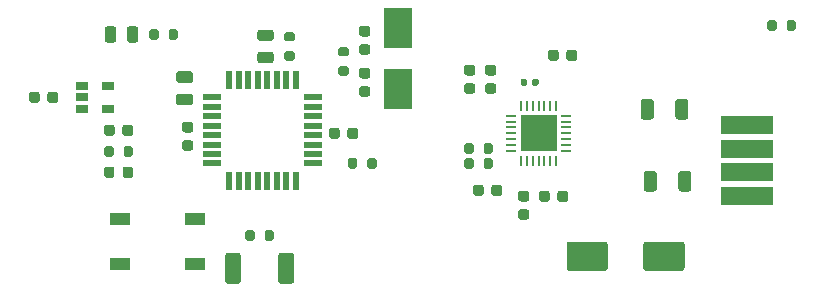
<source format=gbr>
%TF.GenerationSoftware,KiCad,Pcbnew,5.1.8-db9833491~88~ubuntu20.04.1*%
%TF.CreationDate,2020-12-21T09:27:26-06:00*%
%TF.ProjectId,main,6d61696e-2e6b-4696-9361-645f70636258,rev?*%
%TF.SameCoordinates,Original*%
%TF.FileFunction,Paste,Top*%
%TF.FilePolarity,Positive*%
%FSLAX46Y46*%
G04 Gerber Fmt 4.6, Leading zero omitted, Abs format (unit mm)*
G04 Created by KiCad (PCBNEW 5.1.8-db9833491~88~ubuntu20.04.1) date 2020-12-21 09:27:26*
%MOMM*%
%LPD*%
G01*
G04 APERTURE LIST*
%ADD10R,1.700000X1.000000*%
%ADD11R,2.400000X3.500000*%
%ADD12R,4.498340X1.498600*%
%ADD13R,3.098800X3.098800*%
%ADD14R,0.914400X0.254000*%
%ADD15R,0.254000X0.914400*%
%ADD16R,1.060000X0.650000*%
%ADD17R,0.550000X1.600000*%
%ADD18R,1.600000X0.550000*%
G04 APERTURE END LIST*
D10*
%TO.C,SW1*%
X35916000Y-36698000D03*
X29616000Y-36698000D03*
X35916000Y-32898000D03*
X29616000Y-32898000D03*
%TD*%
%TO.C,R11*%
G36*
G01*
X75046000Y-29092999D02*
X75046000Y-30343001D01*
G75*
G02*
X74796001Y-30593000I-249999J0D01*
G01*
X74170999Y-30593000D01*
G75*
G02*
X73921000Y-30343001I0J249999D01*
G01*
X73921000Y-29092999D01*
G75*
G02*
X74170999Y-28843000I249999J0D01*
G01*
X74796001Y-28843000D01*
G75*
G02*
X75046000Y-29092999I0J-249999D01*
G01*
G37*
G36*
G01*
X77971000Y-29092999D02*
X77971000Y-30343001D01*
G75*
G02*
X77721001Y-30593000I-249999J0D01*
G01*
X77095999Y-30593000D01*
G75*
G02*
X76846000Y-30343001I0J249999D01*
G01*
X76846000Y-29092999D01*
G75*
G02*
X77095999Y-28843000I249999J0D01*
G01*
X77721001Y-28843000D01*
G75*
G02*
X77971000Y-29092999I0J-249999D01*
G01*
G37*
%TD*%
%TO.C,R10*%
G36*
G01*
X74792000Y-22996999D02*
X74792000Y-24247001D01*
G75*
G02*
X74542001Y-24497000I-249999J0D01*
G01*
X73916999Y-24497000D01*
G75*
G02*
X73667000Y-24247001I0J249999D01*
G01*
X73667000Y-22996999D01*
G75*
G02*
X73916999Y-22747000I249999J0D01*
G01*
X74542001Y-22747000D01*
G75*
G02*
X74792000Y-22996999I0J-249999D01*
G01*
G37*
G36*
G01*
X77717000Y-22996999D02*
X77717000Y-24247001D01*
G75*
G02*
X77467001Y-24497000I-249999J0D01*
G01*
X76841999Y-24497000D01*
G75*
G02*
X76592000Y-24247001I0J249999D01*
G01*
X76592000Y-22996999D01*
G75*
G02*
X76841999Y-22747000I249999J0D01*
G01*
X77467001Y-22747000D01*
G75*
G02*
X77717000Y-22996999I0J-249999D01*
G01*
G37*
%TD*%
%TO.C,C13*%
G36*
G01*
X73890000Y-37068000D02*
X73890000Y-35068000D01*
G75*
G02*
X74140000Y-34818000I250000J0D01*
G01*
X77140000Y-34818000D01*
G75*
G02*
X77390000Y-35068000I0J-250000D01*
G01*
X77390000Y-37068000D01*
G75*
G02*
X77140000Y-37318000I-250000J0D01*
G01*
X74140000Y-37318000D01*
G75*
G02*
X73890000Y-37068000I0J250000D01*
G01*
G37*
G36*
G01*
X67390000Y-37068000D02*
X67390000Y-35068000D01*
G75*
G02*
X67640000Y-34818000I250000J0D01*
G01*
X70640000Y-34818000D01*
G75*
G02*
X70890000Y-35068000I0J-250000D01*
G01*
X70890000Y-37068000D01*
G75*
G02*
X70640000Y-37318000I-250000J0D01*
G01*
X67640000Y-37318000D01*
G75*
G02*
X67390000Y-37068000I0J250000D01*
G01*
G37*
%TD*%
%TO.C,C9*%
G36*
G01*
X64062000Y-21166000D02*
X64062000Y-21506000D01*
G75*
G02*
X63922000Y-21646000I-140000J0D01*
G01*
X63642000Y-21646000D01*
G75*
G02*
X63502000Y-21506000I0J140000D01*
G01*
X63502000Y-21166000D01*
G75*
G02*
X63642000Y-21026000I140000J0D01*
G01*
X63922000Y-21026000D01*
G75*
G02*
X64062000Y-21166000I0J-140000D01*
G01*
G37*
G36*
G01*
X65022000Y-21166000D02*
X65022000Y-21506000D01*
G75*
G02*
X64882000Y-21646000I-140000J0D01*
G01*
X64602000Y-21646000D01*
G75*
G02*
X64462000Y-21506000I0J140000D01*
G01*
X64462000Y-21166000D01*
G75*
G02*
X64602000Y-21026000I140000J0D01*
G01*
X64882000Y-21026000D01*
G75*
G02*
X65022000Y-21166000I0J-140000D01*
G01*
G37*
%TD*%
%TO.C,C7*%
G36*
G01*
X35527000Y-21394000D02*
X34577000Y-21394000D01*
G75*
G02*
X34327000Y-21144000I0J250000D01*
G01*
X34327000Y-20644000D01*
G75*
G02*
X34577000Y-20394000I250000J0D01*
G01*
X35527000Y-20394000D01*
G75*
G02*
X35777000Y-20644000I0J-250000D01*
G01*
X35777000Y-21144000D01*
G75*
G02*
X35527000Y-21394000I-250000J0D01*
G01*
G37*
G36*
G01*
X35527000Y-23294000D02*
X34577000Y-23294000D01*
G75*
G02*
X34327000Y-23044000I0J250000D01*
G01*
X34327000Y-22544000D01*
G75*
G02*
X34577000Y-22294000I250000J0D01*
G01*
X35527000Y-22294000D01*
G75*
G02*
X35777000Y-22544000I0J-250000D01*
G01*
X35777000Y-23044000D01*
G75*
G02*
X35527000Y-23294000I-250000J0D01*
G01*
G37*
%TD*%
%TO.C,D4*%
G36*
G01*
X29268000Y-16815750D02*
X29268000Y-17728250D01*
G75*
G02*
X29024250Y-17972000I-243750J0D01*
G01*
X28536750Y-17972000D01*
G75*
G02*
X28293000Y-17728250I0J243750D01*
G01*
X28293000Y-16815750D01*
G75*
G02*
X28536750Y-16572000I243750J0D01*
G01*
X29024250Y-16572000D01*
G75*
G02*
X29268000Y-16815750I0J-243750D01*
G01*
G37*
G36*
G01*
X31143000Y-16815750D02*
X31143000Y-17728250D01*
G75*
G02*
X30899250Y-17972000I-243750J0D01*
G01*
X30411750Y-17972000D01*
G75*
G02*
X30168000Y-17728250I0J243750D01*
G01*
X30168000Y-16815750D01*
G75*
G02*
X30411750Y-16572000I243750J0D01*
G01*
X30899250Y-16572000D01*
G75*
G02*
X31143000Y-16815750I0J-243750D01*
G01*
G37*
%TD*%
%TO.C,D3*%
G36*
G01*
X41453750Y-18738000D02*
X42366250Y-18738000D01*
G75*
G02*
X42610000Y-18981750I0J-243750D01*
G01*
X42610000Y-19469250D01*
G75*
G02*
X42366250Y-19713000I-243750J0D01*
G01*
X41453750Y-19713000D01*
G75*
G02*
X41210000Y-19469250I0J243750D01*
G01*
X41210000Y-18981750D01*
G75*
G02*
X41453750Y-18738000I243750J0D01*
G01*
G37*
G36*
G01*
X41453750Y-16863000D02*
X42366250Y-16863000D01*
G75*
G02*
X42610000Y-17106750I0J-243750D01*
G01*
X42610000Y-17594250D01*
G75*
G02*
X42366250Y-17838000I-243750J0D01*
G01*
X41453750Y-17838000D01*
G75*
G02*
X41210000Y-17594250I0J243750D01*
G01*
X41210000Y-17106750D01*
G75*
G02*
X41453750Y-16863000I243750J0D01*
G01*
G37*
%TD*%
%TO.C,D1*%
G36*
G01*
X39827000Y-36008999D02*
X39827000Y-38159001D01*
G75*
G02*
X39577001Y-38409000I-249999J0D01*
G01*
X38726999Y-38409000D01*
G75*
G02*
X38477000Y-38159001I0J249999D01*
G01*
X38477000Y-36008999D01*
G75*
G02*
X38726999Y-35759000I249999J0D01*
G01*
X39577001Y-35759000D01*
G75*
G02*
X39827000Y-36008999I0J-249999D01*
G01*
G37*
G36*
G01*
X44327000Y-36008999D02*
X44327000Y-38159001D01*
G75*
G02*
X44077001Y-38409000I-249999J0D01*
G01*
X43226999Y-38409000D01*
G75*
G02*
X42977000Y-38159001I0J249999D01*
G01*
X42977000Y-36008999D01*
G75*
G02*
X43226999Y-35759000I249999J0D01*
G01*
X44077001Y-35759000D01*
G75*
G02*
X44327000Y-36008999I0J-249999D01*
G01*
G37*
%TD*%
D11*
%TO.C,Y1*%
X53086000Y-21904000D03*
X53086000Y-16704000D03*
%TD*%
D12*
%TO.C,S1*%
X82674460Y-28938220D03*
X82674460Y-24940260D03*
X82674460Y-26941780D03*
X82674460Y-30939740D03*
%TD*%
%TO.C,R1*%
G36*
G01*
X40977000Y-34015000D02*
X40977000Y-34565000D01*
G75*
G02*
X40777000Y-34765000I-200000J0D01*
G01*
X40377000Y-34765000D01*
G75*
G02*
X40177000Y-34565000I0J200000D01*
G01*
X40177000Y-34015000D01*
G75*
G02*
X40377000Y-33815000I200000J0D01*
G01*
X40777000Y-33815000D01*
G75*
G02*
X40977000Y-34015000I0J-200000D01*
G01*
G37*
G36*
G01*
X42627000Y-34015000D02*
X42627000Y-34565000D01*
G75*
G02*
X42427000Y-34765000I-200000J0D01*
G01*
X42027000Y-34765000D01*
G75*
G02*
X41827000Y-34565000I0J200000D01*
G01*
X41827000Y-34015000D01*
G75*
G02*
X42027000Y-33815000I200000J0D01*
G01*
X42427000Y-33815000D01*
G75*
G02*
X42627000Y-34015000I0J-200000D01*
G01*
G37*
%TD*%
%TO.C,R12*%
G36*
G01*
X32849000Y-16997000D02*
X32849000Y-17547000D01*
G75*
G02*
X32649000Y-17747000I-200000J0D01*
G01*
X32249000Y-17747000D01*
G75*
G02*
X32049000Y-17547000I0J200000D01*
G01*
X32049000Y-16997000D01*
G75*
G02*
X32249000Y-16797000I200000J0D01*
G01*
X32649000Y-16797000D01*
G75*
G02*
X32849000Y-16997000I0J-200000D01*
G01*
G37*
G36*
G01*
X34499000Y-16997000D02*
X34499000Y-17547000D01*
G75*
G02*
X34299000Y-17747000I-200000J0D01*
G01*
X33899000Y-17747000D01*
G75*
G02*
X33699000Y-17547000I0J200000D01*
G01*
X33699000Y-16997000D01*
G75*
G02*
X33899000Y-16797000I200000J0D01*
G01*
X34299000Y-16797000D01*
G75*
G02*
X34499000Y-16997000I0J-200000D01*
G01*
G37*
%TD*%
%TO.C,D2*%
G36*
G01*
X29114000Y-28699750D02*
X29114000Y-29212250D01*
G75*
G02*
X28895250Y-29431000I-218750J0D01*
G01*
X28457750Y-29431000D01*
G75*
G02*
X28239000Y-29212250I0J218750D01*
G01*
X28239000Y-28699750D01*
G75*
G02*
X28457750Y-28481000I218750J0D01*
G01*
X28895250Y-28481000D01*
G75*
G02*
X29114000Y-28699750I0J-218750D01*
G01*
G37*
G36*
G01*
X30689000Y-28699750D02*
X30689000Y-29212250D01*
G75*
G02*
X30470250Y-29431000I-218750J0D01*
G01*
X30032750Y-29431000D01*
G75*
G02*
X29814000Y-29212250I0J218750D01*
G01*
X29814000Y-28699750D01*
G75*
G02*
X30032750Y-28481000I218750J0D01*
G01*
X30470250Y-28481000D01*
G75*
G02*
X30689000Y-28699750I0J-218750D01*
G01*
G37*
%TD*%
D13*
%TO.C,U3*%
X65024000Y-25654000D03*
D14*
X67373500Y-24154000D03*
X67373500Y-24653999D03*
X67373500Y-25154001D03*
X67373500Y-25654000D03*
X67373500Y-26153999D03*
X67373500Y-26654001D03*
X67373500Y-27154000D03*
D15*
X66524000Y-28003500D03*
X66024001Y-28003500D03*
X65523999Y-28003500D03*
X65024000Y-28003500D03*
X64524001Y-28003500D03*
X64023999Y-28003500D03*
X63524000Y-28003500D03*
D14*
X62674500Y-27154000D03*
X62674500Y-26654001D03*
X62674500Y-26153999D03*
X62674500Y-25654000D03*
X62674500Y-25154001D03*
X62674500Y-24653999D03*
X62674500Y-24154000D03*
D15*
X63524000Y-23304500D03*
X64023999Y-23304500D03*
X64524001Y-23304500D03*
X65024000Y-23304500D03*
X65523999Y-23304500D03*
X66024001Y-23304500D03*
X66524000Y-23304500D03*
%TD*%
D16*
%TO.C,U2*%
X28532000Y-21656000D03*
X28532000Y-23556000D03*
X26332000Y-23556000D03*
X26332000Y-22606000D03*
X26332000Y-21656000D03*
%TD*%
D17*
%TO.C,U1*%
X44456000Y-29650000D03*
X43656000Y-29650000D03*
X42856000Y-29650000D03*
X42056000Y-29650000D03*
X41256000Y-29650000D03*
X40456000Y-29650000D03*
X39656000Y-29650000D03*
X38856000Y-29650000D03*
D18*
X37406000Y-28200000D03*
X37406000Y-27400000D03*
X37406000Y-26600000D03*
X37406000Y-25800000D03*
X37406000Y-25000000D03*
X37406000Y-24200000D03*
X37406000Y-23400000D03*
X37406000Y-22600000D03*
D17*
X38856000Y-21150000D03*
X39656000Y-21150000D03*
X40456000Y-21150000D03*
X41256000Y-21150000D03*
X42056000Y-21150000D03*
X42856000Y-21150000D03*
X43656000Y-21150000D03*
X44456000Y-21150000D03*
D18*
X45906000Y-22600000D03*
X45906000Y-23400000D03*
X45906000Y-24200000D03*
X45906000Y-25000000D03*
X45906000Y-25800000D03*
X45906000Y-26600000D03*
X45906000Y-27400000D03*
X45906000Y-28200000D03*
%TD*%
%TO.C,R9*%
G36*
G01*
X86023000Y-16785000D02*
X86023000Y-16235000D01*
G75*
G02*
X86223000Y-16035000I200000J0D01*
G01*
X86623000Y-16035000D01*
G75*
G02*
X86823000Y-16235000I0J-200000D01*
G01*
X86823000Y-16785000D01*
G75*
G02*
X86623000Y-16985000I-200000J0D01*
G01*
X86223000Y-16985000D01*
G75*
G02*
X86023000Y-16785000I0J200000D01*
G01*
G37*
G36*
G01*
X84373000Y-16785000D02*
X84373000Y-16235000D01*
G75*
G02*
X84573000Y-16035000I200000J0D01*
G01*
X84973000Y-16035000D01*
G75*
G02*
X85173000Y-16235000I0J-200000D01*
G01*
X85173000Y-16785000D01*
G75*
G02*
X84973000Y-16985000I-200000J0D01*
G01*
X84573000Y-16985000D01*
G75*
G02*
X84373000Y-16785000I0J200000D01*
G01*
G37*
%TD*%
%TO.C,R8*%
G36*
G01*
X59519000Y-27919000D02*
X59519000Y-28469000D01*
G75*
G02*
X59319000Y-28669000I-200000J0D01*
G01*
X58919000Y-28669000D01*
G75*
G02*
X58719000Y-28469000I0J200000D01*
G01*
X58719000Y-27919000D01*
G75*
G02*
X58919000Y-27719000I200000J0D01*
G01*
X59319000Y-27719000D01*
G75*
G02*
X59519000Y-27919000I0J-200000D01*
G01*
G37*
G36*
G01*
X61169000Y-27919000D02*
X61169000Y-28469000D01*
G75*
G02*
X60969000Y-28669000I-200000J0D01*
G01*
X60569000Y-28669000D01*
G75*
G02*
X60369000Y-28469000I0J200000D01*
G01*
X60369000Y-27919000D01*
G75*
G02*
X60569000Y-27719000I200000J0D01*
G01*
X60969000Y-27719000D01*
G75*
G02*
X61169000Y-27919000I0J-200000D01*
G01*
G37*
%TD*%
%TO.C,R7*%
G36*
G01*
X60369000Y-27199000D02*
X60369000Y-26649000D01*
G75*
G02*
X60569000Y-26449000I200000J0D01*
G01*
X60969000Y-26449000D01*
G75*
G02*
X61169000Y-26649000I0J-200000D01*
G01*
X61169000Y-27199000D01*
G75*
G02*
X60969000Y-27399000I-200000J0D01*
G01*
X60569000Y-27399000D01*
G75*
G02*
X60369000Y-27199000I0J200000D01*
G01*
G37*
G36*
G01*
X58719000Y-27199000D02*
X58719000Y-26649000D01*
G75*
G02*
X58919000Y-26449000I200000J0D01*
G01*
X59319000Y-26449000D01*
G75*
G02*
X59519000Y-26649000I0J-200000D01*
G01*
X59519000Y-27199000D01*
G75*
G02*
X59319000Y-27399000I-200000J0D01*
G01*
X58919000Y-27399000D01*
G75*
G02*
X58719000Y-27199000I0J200000D01*
G01*
G37*
%TD*%
%TO.C,R6*%
G36*
G01*
X49676000Y-27919000D02*
X49676000Y-28469000D01*
G75*
G02*
X49476000Y-28669000I-200000J0D01*
G01*
X49076000Y-28669000D01*
G75*
G02*
X48876000Y-28469000I0J200000D01*
G01*
X48876000Y-27919000D01*
G75*
G02*
X49076000Y-27719000I200000J0D01*
G01*
X49476000Y-27719000D01*
G75*
G02*
X49676000Y-27919000I0J-200000D01*
G01*
G37*
G36*
G01*
X51326000Y-27919000D02*
X51326000Y-28469000D01*
G75*
G02*
X51126000Y-28669000I-200000J0D01*
G01*
X50726000Y-28669000D01*
G75*
G02*
X50526000Y-28469000I0J200000D01*
G01*
X50526000Y-27919000D01*
G75*
G02*
X50726000Y-27719000I200000J0D01*
G01*
X51126000Y-27719000D01*
G75*
G02*
X51326000Y-27919000I0J-200000D01*
G01*
G37*
%TD*%
%TO.C,R5*%
G36*
G01*
X48789000Y-19133000D02*
X48239000Y-19133000D01*
G75*
G02*
X48039000Y-18933000I0J200000D01*
G01*
X48039000Y-18533000D01*
G75*
G02*
X48239000Y-18333000I200000J0D01*
G01*
X48789000Y-18333000D01*
G75*
G02*
X48989000Y-18533000I0J-200000D01*
G01*
X48989000Y-18933000D01*
G75*
G02*
X48789000Y-19133000I-200000J0D01*
G01*
G37*
G36*
G01*
X48789000Y-20783000D02*
X48239000Y-20783000D01*
G75*
G02*
X48039000Y-20583000I0J200000D01*
G01*
X48039000Y-20183000D01*
G75*
G02*
X48239000Y-19983000I200000J0D01*
G01*
X48789000Y-19983000D01*
G75*
G02*
X48989000Y-20183000I0J-200000D01*
G01*
X48989000Y-20583000D01*
G75*
G02*
X48789000Y-20783000I-200000J0D01*
G01*
G37*
%TD*%
%TO.C,R3*%
G36*
G01*
X44217000Y-17863000D02*
X43667000Y-17863000D01*
G75*
G02*
X43467000Y-17663000I0J200000D01*
G01*
X43467000Y-17263000D01*
G75*
G02*
X43667000Y-17063000I200000J0D01*
G01*
X44217000Y-17063000D01*
G75*
G02*
X44417000Y-17263000I0J-200000D01*
G01*
X44417000Y-17663000D01*
G75*
G02*
X44217000Y-17863000I-200000J0D01*
G01*
G37*
G36*
G01*
X44217000Y-19513000D02*
X43667000Y-19513000D01*
G75*
G02*
X43467000Y-19313000I0J200000D01*
G01*
X43467000Y-18913000D01*
G75*
G02*
X43667000Y-18713000I200000J0D01*
G01*
X44217000Y-18713000D01*
G75*
G02*
X44417000Y-18913000I0J-200000D01*
G01*
X44417000Y-19313000D01*
G75*
G02*
X44217000Y-19513000I-200000J0D01*
G01*
G37*
%TD*%
%TO.C,R2*%
G36*
G01*
X29889000Y-27453000D02*
X29889000Y-26903000D01*
G75*
G02*
X30089000Y-26703000I200000J0D01*
G01*
X30489000Y-26703000D01*
G75*
G02*
X30689000Y-26903000I0J-200000D01*
G01*
X30689000Y-27453000D01*
G75*
G02*
X30489000Y-27653000I-200000J0D01*
G01*
X30089000Y-27653000D01*
G75*
G02*
X29889000Y-27453000I0J200000D01*
G01*
G37*
G36*
G01*
X28239000Y-27453000D02*
X28239000Y-26903000D01*
G75*
G02*
X28439000Y-26703000I200000J0D01*
G01*
X28839000Y-26703000D01*
G75*
G02*
X29039000Y-26903000I0J-200000D01*
G01*
X29039000Y-27453000D01*
G75*
G02*
X28839000Y-27653000I-200000J0D01*
G01*
X28439000Y-27653000D01*
G75*
G02*
X28239000Y-27453000I0J200000D01*
G01*
G37*
%TD*%
%TO.C,C15*%
G36*
G01*
X65969000Y-30738000D02*
X65969000Y-31238000D01*
G75*
G02*
X65744000Y-31463000I-225000J0D01*
G01*
X65294000Y-31463000D01*
G75*
G02*
X65069000Y-31238000I0J225000D01*
G01*
X65069000Y-30738000D01*
G75*
G02*
X65294000Y-30513000I225000J0D01*
G01*
X65744000Y-30513000D01*
G75*
G02*
X65969000Y-30738000I0J-225000D01*
G01*
G37*
G36*
G01*
X67519000Y-30738000D02*
X67519000Y-31238000D01*
G75*
G02*
X67294000Y-31463000I-225000J0D01*
G01*
X66844000Y-31463000D01*
G75*
G02*
X66619000Y-31238000I0J225000D01*
G01*
X66619000Y-30738000D01*
G75*
G02*
X66844000Y-30513000I225000J0D01*
G01*
X67294000Y-30513000D01*
G75*
G02*
X67519000Y-30738000I0J-225000D01*
G01*
G37*
%TD*%
%TO.C,C14*%
G36*
G01*
X67381000Y-19300000D02*
X67381000Y-18800000D01*
G75*
G02*
X67606000Y-18575000I225000J0D01*
G01*
X68056000Y-18575000D01*
G75*
G02*
X68281000Y-18800000I0J-225000D01*
G01*
X68281000Y-19300000D01*
G75*
G02*
X68056000Y-19525000I-225000J0D01*
G01*
X67606000Y-19525000D01*
G75*
G02*
X67381000Y-19300000I0J225000D01*
G01*
G37*
G36*
G01*
X65831000Y-19300000D02*
X65831000Y-18800000D01*
G75*
G02*
X66056000Y-18575000I225000J0D01*
G01*
X66506000Y-18575000D01*
G75*
G02*
X66731000Y-18800000I0J-225000D01*
G01*
X66731000Y-19300000D01*
G75*
G02*
X66506000Y-19525000I-225000J0D01*
G01*
X66056000Y-19525000D01*
G75*
G02*
X65831000Y-19300000I0J225000D01*
G01*
G37*
%TD*%
%TO.C,C12*%
G36*
G01*
X60710000Y-21407000D02*
X61210000Y-21407000D01*
G75*
G02*
X61435000Y-21632000I0J-225000D01*
G01*
X61435000Y-22082000D01*
G75*
G02*
X61210000Y-22307000I-225000J0D01*
G01*
X60710000Y-22307000D01*
G75*
G02*
X60485000Y-22082000I0J225000D01*
G01*
X60485000Y-21632000D01*
G75*
G02*
X60710000Y-21407000I225000J0D01*
G01*
G37*
G36*
G01*
X60710000Y-19857000D02*
X61210000Y-19857000D01*
G75*
G02*
X61435000Y-20082000I0J-225000D01*
G01*
X61435000Y-20532000D01*
G75*
G02*
X61210000Y-20757000I-225000J0D01*
G01*
X60710000Y-20757000D01*
G75*
G02*
X60485000Y-20532000I0J225000D01*
G01*
X60485000Y-20082000D01*
G75*
G02*
X60710000Y-19857000I225000J0D01*
G01*
G37*
%TD*%
%TO.C,C11*%
G36*
G01*
X59432000Y-20757000D02*
X58932000Y-20757000D01*
G75*
G02*
X58707000Y-20532000I0J225000D01*
G01*
X58707000Y-20082000D01*
G75*
G02*
X58932000Y-19857000I225000J0D01*
G01*
X59432000Y-19857000D01*
G75*
G02*
X59657000Y-20082000I0J-225000D01*
G01*
X59657000Y-20532000D01*
G75*
G02*
X59432000Y-20757000I-225000J0D01*
G01*
G37*
G36*
G01*
X59432000Y-22307000D02*
X58932000Y-22307000D01*
G75*
G02*
X58707000Y-22082000I0J225000D01*
G01*
X58707000Y-21632000D01*
G75*
G02*
X58932000Y-21407000I225000J0D01*
G01*
X59432000Y-21407000D01*
G75*
G02*
X59657000Y-21632000I0J-225000D01*
G01*
X59657000Y-22082000D01*
G75*
G02*
X59432000Y-22307000I-225000J0D01*
G01*
G37*
%TD*%
%TO.C,C10*%
G36*
G01*
X60381000Y-30230000D02*
X60381000Y-30730000D01*
G75*
G02*
X60156000Y-30955000I-225000J0D01*
G01*
X59706000Y-30955000D01*
G75*
G02*
X59481000Y-30730000I0J225000D01*
G01*
X59481000Y-30230000D01*
G75*
G02*
X59706000Y-30005000I225000J0D01*
G01*
X60156000Y-30005000D01*
G75*
G02*
X60381000Y-30230000I0J-225000D01*
G01*
G37*
G36*
G01*
X61931000Y-30230000D02*
X61931000Y-30730000D01*
G75*
G02*
X61706000Y-30955000I-225000J0D01*
G01*
X61256000Y-30955000D01*
G75*
G02*
X61031000Y-30730000I0J225000D01*
G01*
X61031000Y-30230000D01*
G75*
G02*
X61256000Y-30005000I225000J0D01*
G01*
X61706000Y-30005000D01*
G75*
G02*
X61931000Y-30230000I0J-225000D01*
G01*
G37*
%TD*%
%TO.C,C8*%
G36*
G01*
X63504000Y-32075000D02*
X64004000Y-32075000D01*
G75*
G02*
X64229000Y-32300000I0J-225000D01*
G01*
X64229000Y-32750000D01*
G75*
G02*
X64004000Y-32975000I-225000J0D01*
G01*
X63504000Y-32975000D01*
G75*
G02*
X63279000Y-32750000I0J225000D01*
G01*
X63279000Y-32300000D01*
G75*
G02*
X63504000Y-32075000I225000J0D01*
G01*
G37*
G36*
G01*
X63504000Y-30525000D02*
X64004000Y-30525000D01*
G75*
G02*
X64229000Y-30750000I0J-225000D01*
G01*
X64229000Y-31200000D01*
G75*
G02*
X64004000Y-31425000I-225000J0D01*
G01*
X63504000Y-31425000D01*
G75*
G02*
X63279000Y-31200000I0J225000D01*
G01*
X63279000Y-30750000D01*
G75*
G02*
X63504000Y-30525000I225000J0D01*
G01*
G37*
%TD*%
%TO.C,C6*%
G36*
G01*
X23439000Y-22856000D02*
X23439000Y-22356000D01*
G75*
G02*
X23664000Y-22131000I225000J0D01*
G01*
X24114000Y-22131000D01*
G75*
G02*
X24339000Y-22356000I0J-225000D01*
G01*
X24339000Y-22856000D01*
G75*
G02*
X24114000Y-23081000I-225000J0D01*
G01*
X23664000Y-23081000D01*
G75*
G02*
X23439000Y-22856000I0J225000D01*
G01*
G37*
G36*
G01*
X21889000Y-22856000D02*
X21889000Y-22356000D01*
G75*
G02*
X22114000Y-22131000I225000J0D01*
G01*
X22564000Y-22131000D01*
G75*
G02*
X22789000Y-22356000I0J-225000D01*
G01*
X22789000Y-22856000D01*
G75*
G02*
X22564000Y-23081000I-225000J0D01*
G01*
X22114000Y-23081000D01*
G75*
G02*
X21889000Y-22856000I0J225000D01*
G01*
G37*
%TD*%
%TO.C,C5*%
G36*
G01*
X50542000Y-17455000D02*
X50042000Y-17455000D01*
G75*
G02*
X49817000Y-17230000I0J225000D01*
G01*
X49817000Y-16780000D01*
G75*
G02*
X50042000Y-16555000I225000J0D01*
G01*
X50542000Y-16555000D01*
G75*
G02*
X50767000Y-16780000I0J-225000D01*
G01*
X50767000Y-17230000D01*
G75*
G02*
X50542000Y-17455000I-225000J0D01*
G01*
G37*
G36*
G01*
X50542000Y-19005000D02*
X50042000Y-19005000D01*
G75*
G02*
X49817000Y-18780000I0J225000D01*
G01*
X49817000Y-18330000D01*
G75*
G02*
X50042000Y-18105000I225000J0D01*
G01*
X50542000Y-18105000D01*
G75*
G02*
X50767000Y-18330000I0J-225000D01*
G01*
X50767000Y-18780000D01*
G75*
G02*
X50542000Y-19005000I-225000J0D01*
G01*
G37*
%TD*%
%TO.C,C4*%
G36*
G01*
X50042000Y-21661000D02*
X50542000Y-21661000D01*
G75*
G02*
X50767000Y-21886000I0J-225000D01*
G01*
X50767000Y-22336000D01*
G75*
G02*
X50542000Y-22561000I-225000J0D01*
G01*
X50042000Y-22561000D01*
G75*
G02*
X49817000Y-22336000I0J225000D01*
G01*
X49817000Y-21886000D01*
G75*
G02*
X50042000Y-21661000I225000J0D01*
G01*
G37*
G36*
G01*
X50042000Y-20111000D02*
X50542000Y-20111000D01*
G75*
G02*
X50767000Y-20336000I0J-225000D01*
G01*
X50767000Y-20786000D01*
G75*
G02*
X50542000Y-21011000I-225000J0D01*
G01*
X50042000Y-21011000D01*
G75*
G02*
X49817000Y-20786000I0J225000D01*
G01*
X49817000Y-20336000D01*
G75*
G02*
X50042000Y-20111000I225000J0D01*
G01*
G37*
%TD*%
%TO.C,C3*%
G36*
G01*
X29789000Y-25650000D02*
X29789000Y-25150000D01*
G75*
G02*
X30014000Y-24925000I225000J0D01*
G01*
X30464000Y-24925000D01*
G75*
G02*
X30689000Y-25150000I0J-225000D01*
G01*
X30689000Y-25650000D01*
G75*
G02*
X30464000Y-25875000I-225000J0D01*
G01*
X30014000Y-25875000D01*
G75*
G02*
X29789000Y-25650000I0J225000D01*
G01*
G37*
G36*
G01*
X28239000Y-25650000D02*
X28239000Y-25150000D01*
G75*
G02*
X28464000Y-24925000I225000J0D01*
G01*
X28914000Y-24925000D01*
G75*
G02*
X29139000Y-25150000I0J-225000D01*
G01*
X29139000Y-25650000D01*
G75*
G02*
X28914000Y-25875000I-225000J0D01*
G01*
X28464000Y-25875000D01*
G75*
G02*
X28239000Y-25650000I0J225000D01*
G01*
G37*
%TD*%
%TO.C,C2*%
G36*
G01*
X35056000Y-26233000D02*
X35556000Y-26233000D01*
G75*
G02*
X35781000Y-26458000I0J-225000D01*
G01*
X35781000Y-26908000D01*
G75*
G02*
X35556000Y-27133000I-225000J0D01*
G01*
X35056000Y-27133000D01*
G75*
G02*
X34831000Y-26908000I0J225000D01*
G01*
X34831000Y-26458000D01*
G75*
G02*
X35056000Y-26233000I225000J0D01*
G01*
G37*
G36*
G01*
X35056000Y-24683000D02*
X35556000Y-24683000D01*
G75*
G02*
X35781000Y-24908000I0J-225000D01*
G01*
X35781000Y-25358000D01*
G75*
G02*
X35556000Y-25583000I-225000J0D01*
G01*
X35056000Y-25583000D01*
G75*
G02*
X34831000Y-25358000I0J225000D01*
G01*
X34831000Y-24908000D01*
G75*
G02*
X35056000Y-24683000I225000J0D01*
G01*
G37*
%TD*%
%TO.C,C1*%
G36*
G01*
X48839000Y-25904000D02*
X48839000Y-25404000D01*
G75*
G02*
X49064000Y-25179000I225000J0D01*
G01*
X49514000Y-25179000D01*
G75*
G02*
X49739000Y-25404000I0J-225000D01*
G01*
X49739000Y-25904000D01*
G75*
G02*
X49514000Y-26129000I-225000J0D01*
G01*
X49064000Y-26129000D01*
G75*
G02*
X48839000Y-25904000I0J225000D01*
G01*
G37*
G36*
G01*
X47289000Y-25904000D02*
X47289000Y-25404000D01*
G75*
G02*
X47514000Y-25179000I225000J0D01*
G01*
X47964000Y-25179000D01*
G75*
G02*
X48189000Y-25404000I0J-225000D01*
G01*
X48189000Y-25904000D01*
G75*
G02*
X47964000Y-26129000I-225000J0D01*
G01*
X47514000Y-26129000D01*
G75*
G02*
X47289000Y-25904000I0J225000D01*
G01*
G37*
%TD*%
M02*

</source>
